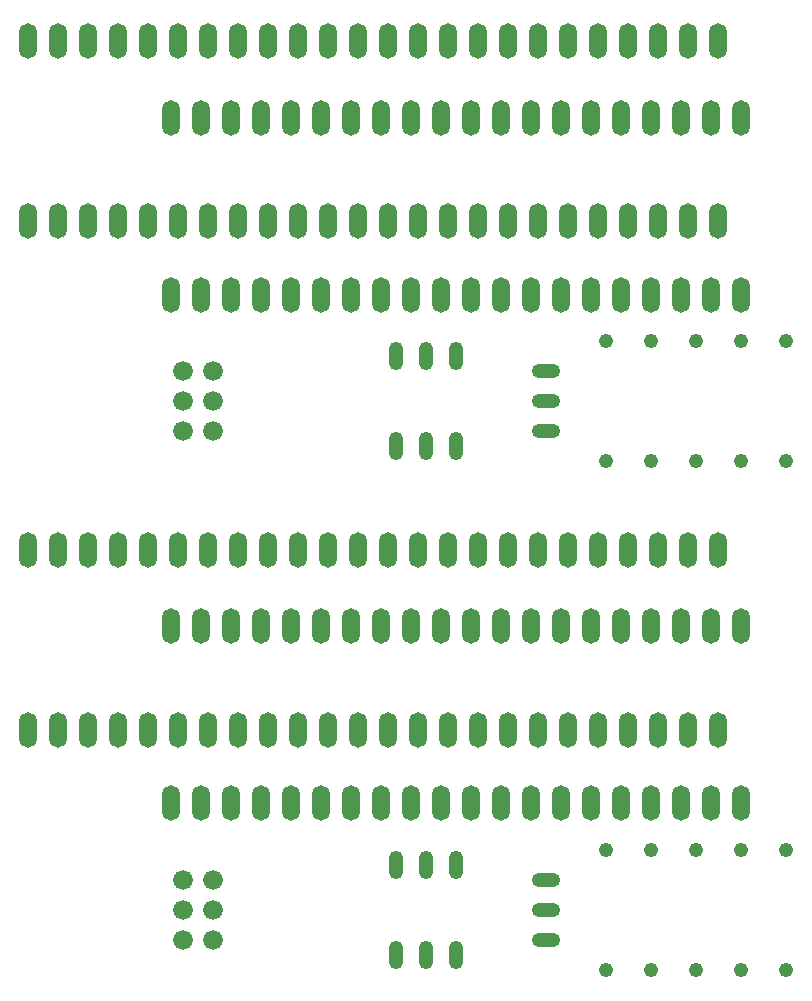
<source format=gbr>
G04 #@! TF.FileFunction,Soldermask,Top*
%FSLAX46Y46*%
G04 Gerber Fmt 4.6, Leading zero omitted, Abs format (unit mm)*
G04 Created by KiCad (PCBNEW 4.0.4-stable) date 07/28/17 15:05:57*
%MOMM*%
%LPD*%
G01*
G04 APERTURE LIST*
%ADD10C,0.100000*%
%ADD11C,1.219200*%
%ADD12O,1.500000X3.000000*%
%ADD13C,1.676400*%
%ADD14O,1.219200X2.438400*%
%ADD15O,2.438400X1.219200*%
G04 APERTURE END LIST*
D10*
D11*
X163360100Y-106527600D03*
X163360100Y-116687600D03*
D12*
X111290100Y-102592600D03*
X113830100Y-102592600D03*
X116370100Y-102592600D03*
X118910100Y-102592600D03*
X121450100Y-102592600D03*
X123990100Y-102592600D03*
X126530100Y-102592600D03*
X129070100Y-102592600D03*
X131610100Y-102592600D03*
X134150100Y-102592600D03*
X136690100Y-102592600D03*
X139230100Y-102592600D03*
X141770100Y-102592600D03*
X144310100Y-102592600D03*
X146850100Y-102592600D03*
X149390100Y-102592600D03*
X151930100Y-102592600D03*
X154470100Y-102592600D03*
X157010100Y-102592600D03*
X159550100Y-102592600D03*
X159550100Y-87602600D03*
X157010100Y-87602600D03*
X154470100Y-87602600D03*
X151930100Y-87602600D03*
X149390100Y-87602600D03*
X146850100Y-87602600D03*
X144310100Y-87602600D03*
X141770100Y-87602600D03*
X139230100Y-87602600D03*
X136690100Y-87602600D03*
X134150100Y-87602600D03*
X131610100Y-87602600D03*
X129070100Y-87602600D03*
X126530100Y-87602600D03*
X123990100Y-87602600D03*
X121450100Y-87602600D03*
X118910100Y-87602600D03*
X116370100Y-87602600D03*
X113830100Y-87602600D03*
X111290100Y-87602600D03*
X99225100Y-96367600D03*
X101765100Y-96367600D03*
X104305100Y-96367600D03*
X106845100Y-96367600D03*
X109385100Y-96367600D03*
X111925100Y-96367600D03*
X114465100Y-96367600D03*
X117005100Y-96367600D03*
X119545100Y-96367600D03*
X122085100Y-96367600D03*
X124625100Y-96367600D03*
X127165100Y-96367600D03*
X129705100Y-96367600D03*
X132245100Y-96367600D03*
X134785100Y-96367600D03*
X137325100Y-96367600D03*
X139865100Y-96367600D03*
X142405100Y-96367600D03*
X144945100Y-96367600D03*
X147485100Y-96367600D03*
X150025100Y-96367600D03*
X152565100Y-96367600D03*
X155105100Y-96367600D03*
X157645100Y-96367600D03*
X157645100Y-81127600D03*
X155105100Y-81127600D03*
X152565100Y-81127600D03*
X150025100Y-81127600D03*
X147485100Y-81127600D03*
X144945100Y-81127600D03*
X142405100Y-81127600D03*
X139865100Y-81127600D03*
X137325100Y-81127600D03*
X134785100Y-81127600D03*
X132245100Y-81127600D03*
X129705100Y-81127600D03*
X127165100Y-81127600D03*
X124625100Y-81127600D03*
X122085100Y-81127600D03*
X119545100Y-81127600D03*
X117005100Y-81127600D03*
X114465100Y-81127600D03*
X111925100Y-81127600D03*
X109385100Y-81127600D03*
X106845100Y-81127600D03*
X104305100Y-81127600D03*
X101765100Y-81127600D03*
X99225100Y-81127600D03*
D13*
X112290100Y-111607600D03*
X114830100Y-111607600D03*
X112290100Y-114147600D03*
X112290100Y-109067600D03*
X114830100Y-114147600D03*
X114830100Y-109067600D03*
D14*
X130340100Y-115417600D03*
X132880100Y-115417600D03*
X135420100Y-115417600D03*
X135420100Y-107797600D03*
X130340100Y-107797600D03*
X132880100Y-107797600D03*
D15*
X143040100Y-114147600D03*
X143040100Y-109067600D03*
X143040100Y-111607600D03*
D11*
X151930100Y-106527600D03*
X151930100Y-116687600D03*
X155740100Y-106527600D03*
X155740100Y-116687600D03*
X159550100Y-106527600D03*
X159550100Y-116687600D03*
X148120100Y-116687600D03*
X148120100Y-106527600D03*
D12*
X111290100Y-59539600D03*
X113830100Y-59539600D03*
X116370100Y-59539600D03*
X118910100Y-59539600D03*
X121450100Y-59539600D03*
X123990100Y-59539600D03*
X126530100Y-59539600D03*
X129070100Y-59539600D03*
X131610100Y-59539600D03*
X134150100Y-59539600D03*
X136690100Y-59539600D03*
X139230100Y-59539600D03*
X141770100Y-59539600D03*
X144310100Y-59539600D03*
X146850100Y-59539600D03*
X149390100Y-59539600D03*
X151930100Y-59539600D03*
X154470100Y-59539600D03*
X157010100Y-59539600D03*
X159550100Y-59539600D03*
X159550100Y-44549600D03*
X157010100Y-44549600D03*
X154470100Y-44549600D03*
X151930100Y-44549600D03*
X149390100Y-44549600D03*
X146850100Y-44549600D03*
X144310100Y-44549600D03*
X141770100Y-44549600D03*
X139230100Y-44549600D03*
X136690100Y-44549600D03*
X134150100Y-44549600D03*
X131610100Y-44549600D03*
X129070100Y-44549600D03*
X126530100Y-44549600D03*
X123990100Y-44549600D03*
X121450100Y-44549600D03*
X118910100Y-44549600D03*
X116370100Y-44549600D03*
X113830100Y-44549600D03*
X111290100Y-44549600D03*
D11*
X163360100Y-63474600D03*
X163360100Y-73634600D03*
X159550100Y-63474600D03*
X159550100Y-73634600D03*
D14*
X130340100Y-72364600D03*
X132880100Y-72364600D03*
X135420100Y-72364600D03*
X135420100Y-64744600D03*
X130340100Y-64744600D03*
X132880100Y-64744600D03*
D11*
X155740100Y-63474600D03*
X155740100Y-73634600D03*
D13*
X112290100Y-68554600D03*
X114830100Y-68554600D03*
X112290100Y-71094600D03*
X112290100Y-66014600D03*
X114830100Y-71094600D03*
X114830100Y-66014600D03*
D11*
X151930100Y-63474600D03*
X151930100Y-73634600D03*
X148120100Y-73634600D03*
X148120100Y-63474600D03*
D15*
X143040100Y-71094600D03*
X143040100Y-66014600D03*
X143040100Y-68554600D03*
D12*
X99225100Y-53314600D03*
X101765100Y-53314600D03*
X104305100Y-53314600D03*
X106845100Y-53314600D03*
X109385100Y-53314600D03*
X111925100Y-53314600D03*
X114465100Y-53314600D03*
X117005100Y-53314600D03*
X119545100Y-53314600D03*
X122085100Y-53314600D03*
X124625100Y-53314600D03*
X127165100Y-53314600D03*
X129705100Y-53314600D03*
X132245100Y-53314600D03*
X134785100Y-53314600D03*
X137325100Y-53314600D03*
X139865100Y-53314600D03*
X142405100Y-53314600D03*
X144945100Y-53314600D03*
X147485100Y-53314600D03*
X150025100Y-53314600D03*
X152565100Y-53314600D03*
X155105100Y-53314600D03*
X157645100Y-53314600D03*
X157645100Y-38074600D03*
X155105100Y-38074600D03*
X152565100Y-38074600D03*
X150025100Y-38074600D03*
X147485100Y-38074600D03*
X144945100Y-38074600D03*
X142405100Y-38074600D03*
X139865100Y-38074600D03*
X137325100Y-38074600D03*
X134785100Y-38074600D03*
X132245100Y-38074600D03*
X129705100Y-38074600D03*
X127165100Y-38074600D03*
X124625100Y-38074600D03*
X122085100Y-38074600D03*
X119545100Y-38074600D03*
X117005100Y-38074600D03*
X114465100Y-38074600D03*
X111925100Y-38074600D03*
X109385100Y-38074600D03*
X106845100Y-38074600D03*
X104305100Y-38074600D03*
X101765100Y-38074600D03*
X99225100Y-38074600D03*
M02*

</source>
